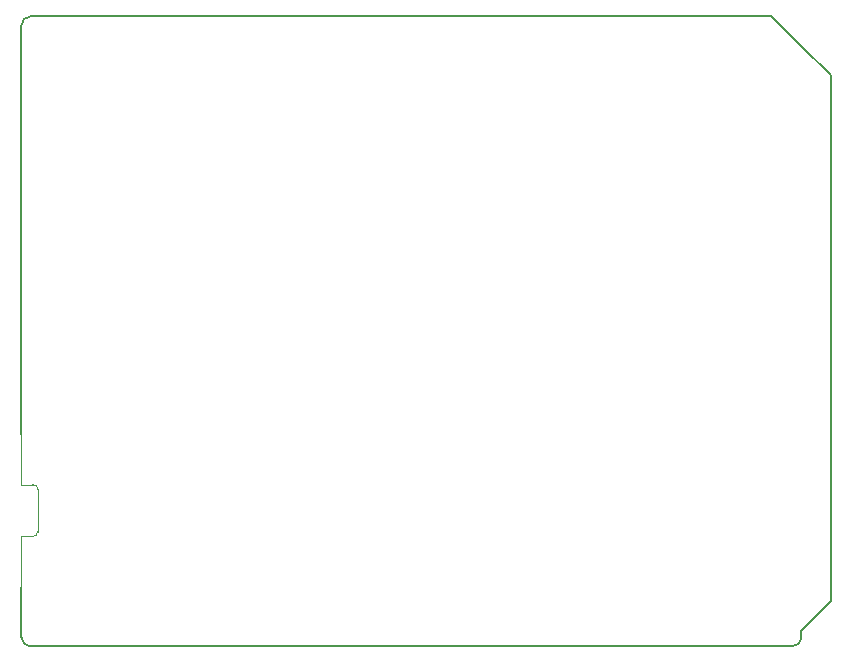
<source format=gbr>
%TF.GenerationSoftware,KiCad,Pcbnew,8.0.7*%
%TF.CreationDate,2025-09-11T19:41:31+01:00*%
%TF.ProjectId,ArduinoAY38910,41726475-696e-46f4-9159-33383931302e,rev?*%
%TF.SameCoordinates,Original*%
%TF.FileFunction,Profile,NP*%
%FSLAX46Y46*%
G04 Gerber Fmt 4.6, Leading zero omitted, Abs format (unit mm)*
G04 Created by KiCad (PCBNEW 8.0.7) date 2025-09-11 19:41:31*
%MOMM*%
%LPD*%
G01*
G04 APERTURE LIST*
%TA.AperFunction,Profile*%
%ADD10C,0.150000*%
%TD*%
%TA.AperFunction,Profile*%
%ADD11C,0.120000*%
%TD*%
G04 APERTURE END LIST*
D10*
X99980000Y-82000000D02*
X100000000Y-47422000D01*
X168575000Y-51600000D02*
X166040000Y-49200000D01*
X168580000Y-61900000D02*
X168575000Y-51600000D01*
X168580000Y-61900000D02*
X168580000Y-96190000D01*
X165278000Y-100000000D02*
X100762000Y-100000000D01*
X100762000Y-46660000D02*
X163500000Y-46660000D01*
X100762000Y-100000000D02*
G75*
G02*
X100000000Y-99238000I0J762000D01*
G01*
X168580000Y-96190000D02*
X166040000Y-98730000D01*
X163500000Y-46660000D02*
X166040000Y-49200000D01*
X166040000Y-99238000D02*
G75*
G02*
X165278000Y-100000000I-762000J0D01*
G01*
X166040000Y-98730000D02*
X166040000Y-99238000D01*
X100000000Y-47422000D02*
G75*
G02*
X100762000Y-46660000I762000J0D01*
G01*
X99980000Y-95000000D02*
X100000000Y-99238000D01*
D11*
%TO.C,J5*%
X99980000Y-86300000D02*
X99980000Y-82000000D01*
X99980000Y-90700000D02*
X99980000Y-95000000D01*
X100980000Y-86300000D02*
X99980000Y-86300000D01*
X100980000Y-90700000D02*
X99980000Y-90700000D01*
X101380000Y-90300000D02*
X101380000Y-86700000D01*
X100980000Y-86300000D02*
G75*
G02*
X101380000Y-86700000I-2J-400002D01*
G01*
X101380000Y-90300000D02*
G75*
G02*
X100980000Y-90700000I-400000J0D01*
G01*
%TD*%
M02*

</source>
